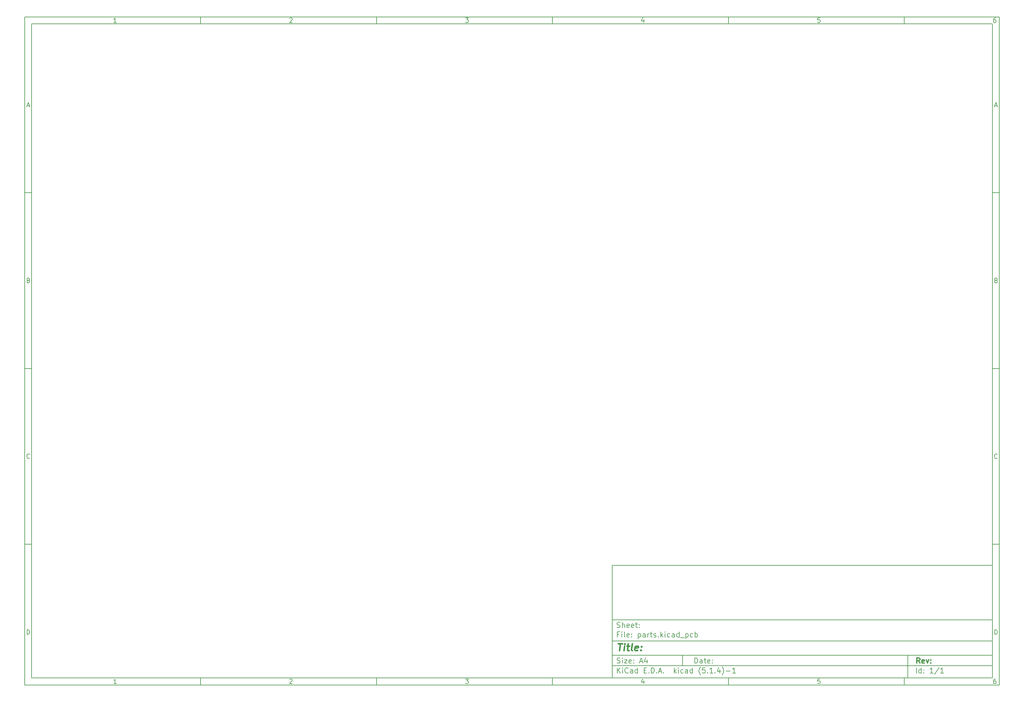
<source format=gbp>
G04 #@! TF.GenerationSoftware,KiCad,Pcbnew,(5.1.4)-1*
G04 #@! TF.CreationDate,2020-02-22T21:07:06+08:00*
G04 #@! TF.ProjectId,parts,70617274-732e-46b6-9963-61645f706362,rev?*
G04 #@! TF.SameCoordinates,Original*
G04 #@! TF.FileFunction,Paste,Bot*
G04 #@! TF.FilePolarity,Positive*
%FSLAX46Y46*%
G04 Gerber Fmt 4.6, Leading zero omitted, Abs format (unit mm)*
G04 Created by KiCad (PCBNEW (5.1.4)-1) date 2020-02-22 21:07:06*
%MOMM*%
%LPD*%
G04 APERTURE LIST*
%ADD10C,0.150000*%
%ADD11C,0.300000*%
%ADD12C,0.400000*%
G04 APERTURE END LIST*
D10*
X177002200Y-166007200D02*
X177002200Y-198007200D01*
X285002200Y-198007200D01*
X285002200Y-166007200D01*
X177002200Y-166007200D01*
X10000000Y-10000000D02*
X10000000Y-200007200D01*
X287002200Y-200007200D01*
X287002200Y-10000000D01*
X10000000Y-10000000D01*
X12000000Y-12000000D02*
X12000000Y-198007200D01*
X285002200Y-198007200D01*
X285002200Y-12000000D01*
X12000000Y-12000000D01*
X60000000Y-12000000D02*
X60000000Y-10000000D01*
X110000000Y-12000000D02*
X110000000Y-10000000D01*
X160000000Y-12000000D02*
X160000000Y-10000000D01*
X210000000Y-12000000D02*
X210000000Y-10000000D01*
X260000000Y-12000000D02*
X260000000Y-10000000D01*
X36065476Y-11588095D02*
X35322619Y-11588095D01*
X35694047Y-11588095D02*
X35694047Y-10288095D01*
X35570238Y-10473809D01*
X35446428Y-10597619D01*
X35322619Y-10659523D01*
X85322619Y-10411904D02*
X85384523Y-10350000D01*
X85508333Y-10288095D01*
X85817857Y-10288095D01*
X85941666Y-10350000D01*
X86003571Y-10411904D01*
X86065476Y-10535714D01*
X86065476Y-10659523D01*
X86003571Y-10845238D01*
X85260714Y-11588095D01*
X86065476Y-11588095D01*
X135260714Y-10288095D02*
X136065476Y-10288095D01*
X135632142Y-10783333D01*
X135817857Y-10783333D01*
X135941666Y-10845238D01*
X136003571Y-10907142D01*
X136065476Y-11030952D01*
X136065476Y-11340476D01*
X136003571Y-11464285D01*
X135941666Y-11526190D01*
X135817857Y-11588095D01*
X135446428Y-11588095D01*
X135322619Y-11526190D01*
X135260714Y-11464285D01*
X185941666Y-10721428D02*
X185941666Y-11588095D01*
X185632142Y-10226190D02*
X185322619Y-11154761D01*
X186127380Y-11154761D01*
X236003571Y-10288095D02*
X235384523Y-10288095D01*
X235322619Y-10907142D01*
X235384523Y-10845238D01*
X235508333Y-10783333D01*
X235817857Y-10783333D01*
X235941666Y-10845238D01*
X236003571Y-10907142D01*
X236065476Y-11030952D01*
X236065476Y-11340476D01*
X236003571Y-11464285D01*
X235941666Y-11526190D01*
X235817857Y-11588095D01*
X235508333Y-11588095D01*
X235384523Y-11526190D01*
X235322619Y-11464285D01*
X285941666Y-10288095D02*
X285694047Y-10288095D01*
X285570238Y-10350000D01*
X285508333Y-10411904D01*
X285384523Y-10597619D01*
X285322619Y-10845238D01*
X285322619Y-11340476D01*
X285384523Y-11464285D01*
X285446428Y-11526190D01*
X285570238Y-11588095D01*
X285817857Y-11588095D01*
X285941666Y-11526190D01*
X286003571Y-11464285D01*
X286065476Y-11340476D01*
X286065476Y-11030952D01*
X286003571Y-10907142D01*
X285941666Y-10845238D01*
X285817857Y-10783333D01*
X285570238Y-10783333D01*
X285446428Y-10845238D01*
X285384523Y-10907142D01*
X285322619Y-11030952D01*
X60000000Y-198007200D02*
X60000000Y-200007200D01*
X110000000Y-198007200D02*
X110000000Y-200007200D01*
X160000000Y-198007200D02*
X160000000Y-200007200D01*
X210000000Y-198007200D02*
X210000000Y-200007200D01*
X260000000Y-198007200D02*
X260000000Y-200007200D01*
X36065476Y-199595295D02*
X35322619Y-199595295D01*
X35694047Y-199595295D02*
X35694047Y-198295295D01*
X35570238Y-198481009D01*
X35446428Y-198604819D01*
X35322619Y-198666723D01*
X85322619Y-198419104D02*
X85384523Y-198357200D01*
X85508333Y-198295295D01*
X85817857Y-198295295D01*
X85941666Y-198357200D01*
X86003571Y-198419104D01*
X86065476Y-198542914D01*
X86065476Y-198666723D01*
X86003571Y-198852438D01*
X85260714Y-199595295D01*
X86065476Y-199595295D01*
X135260714Y-198295295D02*
X136065476Y-198295295D01*
X135632142Y-198790533D01*
X135817857Y-198790533D01*
X135941666Y-198852438D01*
X136003571Y-198914342D01*
X136065476Y-199038152D01*
X136065476Y-199347676D01*
X136003571Y-199471485D01*
X135941666Y-199533390D01*
X135817857Y-199595295D01*
X135446428Y-199595295D01*
X135322619Y-199533390D01*
X135260714Y-199471485D01*
X185941666Y-198728628D02*
X185941666Y-199595295D01*
X185632142Y-198233390D02*
X185322619Y-199161961D01*
X186127380Y-199161961D01*
X236003571Y-198295295D02*
X235384523Y-198295295D01*
X235322619Y-198914342D01*
X235384523Y-198852438D01*
X235508333Y-198790533D01*
X235817857Y-198790533D01*
X235941666Y-198852438D01*
X236003571Y-198914342D01*
X236065476Y-199038152D01*
X236065476Y-199347676D01*
X236003571Y-199471485D01*
X235941666Y-199533390D01*
X235817857Y-199595295D01*
X235508333Y-199595295D01*
X235384523Y-199533390D01*
X235322619Y-199471485D01*
X285941666Y-198295295D02*
X285694047Y-198295295D01*
X285570238Y-198357200D01*
X285508333Y-198419104D01*
X285384523Y-198604819D01*
X285322619Y-198852438D01*
X285322619Y-199347676D01*
X285384523Y-199471485D01*
X285446428Y-199533390D01*
X285570238Y-199595295D01*
X285817857Y-199595295D01*
X285941666Y-199533390D01*
X286003571Y-199471485D01*
X286065476Y-199347676D01*
X286065476Y-199038152D01*
X286003571Y-198914342D01*
X285941666Y-198852438D01*
X285817857Y-198790533D01*
X285570238Y-198790533D01*
X285446428Y-198852438D01*
X285384523Y-198914342D01*
X285322619Y-199038152D01*
X10000000Y-60000000D02*
X12000000Y-60000000D01*
X10000000Y-110000000D02*
X12000000Y-110000000D01*
X10000000Y-160000000D02*
X12000000Y-160000000D01*
X10690476Y-35216666D02*
X11309523Y-35216666D01*
X10566666Y-35588095D02*
X11000000Y-34288095D01*
X11433333Y-35588095D01*
X11092857Y-84907142D02*
X11278571Y-84969047D01*
X11340476Y-85030952D01*
X11402380Y-85154761D01*
X11402380Y-85340476D01*
X11340476Y-85464285D01*
X11278571Y-85526190D01*
X11154761Y-85588095D01*
X10659523Y-85588095D01*
X10659523Y-84288095D01*
X11092857Y-84288095D01*
X11216666Y-84350000D01*
X11278571Y-84411904D01*
X11340476Y-84535714D01*
X11340476Y-84659523D01*
X11278571Y-84783333D01*
X11216666Y-84845238D01*
X11092857Y-84907142D01*
X10659523Y-84907142D01*
X11402380Y-135464285D02*
X11340476Y-135526190D01*
X11154761Y-135588095D01*
X11030952Y-135588095D01*
X10845238Y-135526190D01*
X10721428Y-135402380D01*
X10659523Y-135278571D01*
X10597619Y-135030952D01*
X10597619Y-134845238D01*
X10659523Y-134597619D01*
X10721428Y-134473809D01*
X10845238Y-134350000D01*
X11030952Y-134288095D01*
X11154761Y-134288095D01*
X11340476Y-134350000D01*
X11402380Y-134411904D01*
X10659523Y-185588095D02*
X10659523Y-184288095D01*
X10969047Y-184288095D01*
X11154761Y-184350000D01*
X11278571Y-184473809D01*
X11340476Y-184597619D01*
X11402380Y-184845238D01*
X11402380Y-185030952D01*
X11340476Y-185278571D01*
X11278571Y-185402380D01*
X11154761Y-185526190D01*
X10969047Y-185588095D01*
X10659523Y-185588095D01*
X287002200Y-60000000D02*
X285002200Y-60000000D01*
X287002200Y-110000000D02*
X285002200Y-110000000D01*
X287002200Y-160000000D02*
X285002200Y-160000000D01*
X285692676Y-35216666D02*
X286311723Y-35216666D01*
X285568866Y-35588095D02*
X286002200Y-34288095D01*
X286435533Y-35588095D01*
X286095057Y-84907142D02*
X286280771Y-84969047D01*
X286342676Y-85030952D01*
X286404580Y-85154761D01*
X286404580Y-85340476D01*
X286342676Y-85464285D01*
X286280771Y-85526190D01*
X286156961Y-85588095D01*
X285661723Y-85588095D01*
X285661723Y-84288095D01*
X286095057Y-84288095D01*
X286218866Y-84350000D01*
X286280771Y-84411904D01*
X286342676Y-84535714D01*
X286342676Y-84659523D01*
X286280771Y-84783333D01*
X286218866Y-84845238D01*
X286095057Y-84907142D01*
X285661723Y-84907142D01*
X286404580Y-135464285D02*
X286342676Y-135526190D01*
X286156961Y-135588095D01*
X286033152Y-135588095D01*
X285847438Y-135526190D01*
X285723628Y-135402380D01*
X285661723Y-135278571D01*
X285599819Y-135030952D01*
X285599819Y-134845238D01*
X285661723Y-134597619D01*
X285723628Y-134473809D01*
X285847438Y-134350000D01*
X286033152Y-134288095D01*
X286156961Y-134288095D01*
X286342676Y-134350000D01*
X286404580Y-134411904D01*
X285661723Y-185588095D02*
X285661723Y-184288095D01*
X285971247Y-184288095D01*
X286156961Y-184350000D01*
X286280771Y-184473809D01*
X286342676Y-184597619D01*
X286404580Y-184845238D01*
X286404580Y-185030952D01*
X286342676Y-185278571D01*
X286280771Y-185402380D01*
X286156961Y-185526190D01*
X285971247Y-185588095D01*
X285661723Y-185588095D01*
X200434342Y-193785771D02*
X200434342Y-192285771D01*
X200791485Y-192285771D01*
X201005771Y-192357200D01*
X201148628Y-192500057D01*
X201220057Y-192642914D01*
X201291485Y-192928628D01*
X201291485Y-193142914D01*
X201220057Y-193428628D01*
X201148628Y-193571485D01*
X201005771Y-193714342D01*
X200791485Y-193785771D01*
X200434342Y-193785771D01*
X202577200Y-193785771D02*
X202577200Y-193000057D01*
X202505771Y-192857200D01*
X202362914Y-192785771D01*
X202077200Y-192785771D01*
X201934342Y-192857200D01*
X202577200Y-193714342D02*
X202434342Y-193785771D01*
X202077200Y-193785771D01*
X201934342Y-193714342D01*
X201862914Y-193571485D01*
X201862914Y-193428628D01*
X201934342Y-193285771D01*
X202077200Y-193214342D01*
X202434342Y-193214342D01*
X202577200Y-193142914D01*
X203077200Y-192785771D02*
X203648628Y-192785771D01*
X203291485Y-192285771D02*
X203291485Y-193571485D01*
X203362914Y-193714342D01*
X203505771Y-193785771D01*
X203648628Y-193785771D01*
X204720057Y-193714342D02*
X204577200Y-193785771D01*
X204291485Y-193785771D01*
X204148628Y-193714342D01*
X204077200Y-193571485D01*
X204077200Y-193000057D01*
X204148628Y-192857200D01*
X204291485Y-192785771D01*
X204577200Y-192785771D01*
X204720057Y-192857200D01*
X204791485Y-193000057D01*
X204791485Y-193142914D01*
X204077200Y-193285771D01*
X205434342Y-193642914D02*
X205505771Y-193714342D01*
X205434342Y-193785771D01*
X205362914Y-193714342D01*
X205434342Y-193642914D01*
X205434342Y-193785771D01*
X205434342Y-192857200D02*
X205505771Y-192928628D01*
X205434342Y-193000057D01*
X205362914Y-192928628D01*
X205434342Y-192857200D01*
X205434342Y-193000057D01*
X177002200Y-194507200D02*
X285002200Y-194507200D01*
X178434342Y-196585771D02*
X178434342Y-195085771D01*
X179291485Y-196585771D02*
X178648628Y-195728628D01*
X179291485Y-195085771D02*
X178434342Y-195942914D01*
X179934342Y-196585771D02*
X179934342Y-195585771D01*
X179934342Y-195085771D02*
X179862914Y-195157200D01*
X179934342Y-195228628D01*
X180005771Y-195157200D01*
X179934342Y-195085771D01*
X179934342Y-195228628D01*
X181505771Y-196442914D02*
X181434342Y-196514342D01*
X181220057Y-196585771D01*
X181077200Y-196585771D01*
X180862914Y-196514342D01*
X180720057Y-196371485D01*
X180648628Y-196228628D01*
X180577200Y-195942914D01*
X180577200Y-195728628D01*
X180648628Y-195442914D01*
X180720057Y-195300057D01*
X180862914Y-195157200D01*
X181077200Y-195085771D01*
X181220057Y-195085771D01*
X181434342Y-195157200D01*
X181505771Y-195228628D01*
X182791485Y-196585771D02*
X182791485Y-195800057D01*
X182720057Y-195657200D01*
X182577200Y-195585771D01*
X182291485Y-195585771D01*
X182148628Y-195657200D01*
X182791485Y-196514342D02*
X182648628Y-196585771D01*
X182291485Y-196585771D01*
X182148628Y-196514342D01*
X182077200Y-196371485D01*
X182077200Y-196228628D01*
X182148628Y-196085771D01*
X182291485Y-196014342D01*
X182648628Y-196014342D01*
X182791485Y-195942914D01*
X184148628Y-196585771D02*
X184148628Y-195085771D01*
X184148628Y-196514342D02*
X184005771Y-196585771D01*
X183720057Y-196585771D01*
X183577200Y-196514342D01*
X183505771Y-196442914D01*
X183434342Y-196300057D01*
X183434342Y-195871485D01*
X183505771Y-195728628D01*
X183577200Y-195657200D01*
X183720057Y-195585771D01*
X184005771Y-195585771D01*
X184148628Y-195657200D01*
X186005771Y-195800057D02*
X186505771Y-195800057D01*
X186720057Y-196585771D02*
X186005771Y-196585771D01*
X186005771Y-195085771D01*
X186720057Y-195085771D01*
X187362914Y-196442914D02*
X187434342Y-196514342D01*
X187362914Y-196585771D01*
X187291485Y-196514342D01*
X187362914Y-196442914D01*
X187362914Y-196585771D01*
X188077200Y-196585771D02*
X188077200Y-195085771D01*
X188434342Y-195085771D01*
X188648628Y-195157200D01*
X188791485Y-195300057D01*
X188862914Y-195442914D01*
X188934342Y-195728628D01*
X188934342Y-195942914D01*
X188862914Y-196228628D01*
X188791485Y-196371485D01*
X188648628Y-196514342D01*
X188434342Y-196585771D01*
X188077200Y-196585771D01*
X189577200Y-196442914D02*
X189648628Y-196514342D01*
X189577200Y-196585771D01*
X189505771Y-196514342D01*
X189577200Y-196442914D01*
X189577200Y-196585771D01*
X190220057Y-196157200D02*
X190934342Y-196157200D01*
X190077200Y-196585771D02*
X190577200Y-195085771D01*
X191077200Y-196585771D01*
X191577200Y-196442914D02*
X191648628Y-196514342D01*
X191577200Y-196585771D01*
X191505771Y-196514342D01*
X191577200Y-196442914D01*
X191577200Y-196585771D01*
X194577200Y-196585771D02*
X194577200Y-195085771D01*
X194720057Y-196014342D02*
X195148628Y-196585771D01*
X195148628Y-195585771D02*
X194577200Y-196157200D01*
X195791485Y-196585771D02*
X195791485Y-195585771D01*
X195791485Y-195085771D02*
X195720057Y-195157200D01*
X195791485Y-195228628D01*
X195862914Y-195157200D01*
X195791485Y-195085771D01*
X195791485Y-195228628D01*
X197148628Y-196514342D02*
X197005771Y-196585771D01*
X196720057Y-196585771D01*
X196577200Y-196514342D01*
X196505771Y-196442914D01*
X196434342Y-196300057D01*
X196434342Y-195871485D01*
X196505771Y-195728628D01*
X196577200Y-195657200D01*
X196720057Y-195585771D01*
X197005771Y-195585771D01*
X197148628Y-195657200D01*
X198434342Y-196585771D02*
X198434342Y-195800057D01*
X198362914Y-195657200D01*
X198220057Y-195585771D01*
X197934342Y-195585771D01*
X197791485Y-195657200D01*
X198434342Y-196514342D02*
X198291485Y-196585771D01*
X197934342Y-196585771D01*
X197791485Y-196514342D01*
X197720057Y-196371485D01*
X197720057Y-196228628D01*
X197791485Y-196085771D01*
X197934342Y-196014342D01*
X198291485Y-196014342D01*
X198434342Y-195942914D01*
X199791485Y-196585771D02*
X199791485Y-195085771D01*
X199791485Y-196514342D02*
X199648628Y-196585771D01*
X199362914Y-196585771D01*
X199220057Y-196514342D01*
X199148628Y-196442914D01*
X199077200Y-196300057D01*
X199077200Y-195871485D01*
X199148628Y-195728628D01*
X199220057Y-195657200D01*
X199362914Y-195585771D01*
X199648628Y-195585771D01*
X199791485Y-195657200D01*
X202077200Y-197157200D02*
X202005771Y-197085771D01*
X201862914Y-196871485D01*
X201791485Y-196728628D01*
X201720057Y-196514342D01*
X201648628Y-196157200D01*
X201648628Y-195871485D01*
X201720057Y-195514342D01*
X201791485Y-195300057D01*
X201862914Y-195157200D01*
X202005771Y-194942914D01*
X202077200Y-194871485D01*
X203362914Y-195085771D02*
X202648628Y-195085771D01*
X202577200Y-195800057D01*
X202648628Y-195728628D01*
X202791485Y-195657200D01*
X203148628Y-195657200D01*
X203291485Y-195728628D01*
X203362914Y-195800057D01*
X203434342Y-195942914D01*
X203434342Y-196300057D01*
X203362914Y-196442914D01*
X203291485Y-196514342D01*
X203148628Y-196585771D01*
X202791485Y-196585771D01*
X202648628Y-196514342D01*
X202577200Y-196442914D01*
X204077200Y-196442914D02*
X204148628Y-196514342D01*
X204077200Y-196585771D01*
X204005771Y-196514342D01*
X204077200Y-196442914D01*
X204077200Y-196585771D01*
X205577200Y-196585771D02*
X204720057Y-196585771D01*
X205148628Y-196585771D02*
X205148628Y-195085771D01*
X205005771Y-195300057D01*
X204862914Y-195442914D01*
X204720057Y-195514342D01*
X206220057Y-196442914D02*
X206291485Y-196514342D01*
X206220057Y-196585771D01*
X206148628Y-196514342D01*
X206220057Y-196442914D01*
X206220057Y-196585771D01*
X207577200Y-195585771D02*
X207577200Y-196585771D01*
X207220057Y-195014342D02*
X206862914Y-196085771D01*
X207791485Y-196085771D01*
X208220057Y-197157200D02*
X208291485Y-197085771D01*
X208434342Y-196871485D01*
X208505771Y-196728628D01*
X208577200Y-196514342D01*
X208648628Y-196157200D01*
X208648628Y-195871485D01*
X208577200Y-195514342D01*
X208505771Y-195300057D01*
X208434342Y-195157200D01*
X208291485Y-194942914D01*
X208220057Y-194871485D01*
X209362914Y-196014342D02*
X210505771Y-196014342D01*
X212005771Y-196585771D02*
X211148628Y-196585771D01*
X211577200Y-196585771D02*
X211577200Y-195085771D01*
X211434342Y-195300057D01*
X211291485Y-195442914D01*
X211148628Y-195514342D01*
X177002200Y-191507200D02*
X285002200Y-191507200D01*
D11*
X264411485Y-193785771D02*
X263911485Y-193071485D01*
X263554342Y-193785771D02*
X263554342Y-192285771D01*
X264125771Y-192285771D01*
X264268628Y-192357200D01*
X264340057Y-192428628D01*
X264411485Y-192571485D01*
X264411485Y-192785771D01*
X264340057Y-192928628D01*
X264268628Y-193000057D01*
X264125771Y-193071485D01*
X263554342Y-193071485D01*
X265625771Y-193714342D02*
X265482914Y-193785771D01*
X265197200Y-193785771D01*
X265054342Y-193714342D01*
X264982914Y-193571485D01*
X264982914Y-193000057D01*
X265054342Y-192857200D01*
X265197200Y-192785771D01*
X265482914Y-192785771D01*
X265625771Y-192857200D01*
X265697200Y-193000057D01*
X265697200Y-193142914D01*
X264982914Y-193285771D01*
X266197200Y-192785771D02*
X266554342Y-193785771D01*
X266911485Y-192785771D01*
X267482914Y-193642914D02*
X267554342Y-193714342D01*
X267482914Y-193785771D01*
X267411485Y-193714342D01*
X267482914Y-193642914D01*
X267482914Y-193785771D01*
X267482914Y-192857200D02*
X267554342Y-192928628D01*
X267482914Y-193000057D01*
X267411485Y-192928628D01*
X267482914Y-192857200D01*
X267482914Y-193000057D01*
D10*
X178362914Y-193714342D02*
X178577200Y-193785771D01*
X178934342Y-193785771D01*
X179077200Y-193714342D01*
X179148628Y-193642914D01*
X179220057Y-193500057D01*
X179220057Y-193357200D01*
X179148628Y-193214342D01*
X179077200Y-193142914D01*
X178934342Y-193071485D01*
X178648628Y-193000057D01*
X178505771Y-192928628D01*
X178434342Y-192857200D01*
X178362914Y-192714342D01*
X178362914Y-192571485D01*
X178434342Y-192428628D01*
X178505771Y-192357200D01*
X178648628Y-192285771D01*
X179005771Y-192285771D01*
X179220057Y-192357200D01*
X179862914Y-193785771D02*
X179862914Y-192785771D01*
X179862914Y-192285771D02*
X179791485Y-192357200D01*
X179862914Y-192428628D01*
X179934342Y-192357200D01*
X179862914Y-192285771D01*
X179862914Y-192428628D01*
X180434342Y-192785771D02*
X181220057Y-192785771D01*
X180434342Y-193785771D01*
X181220057Y-193785771D01*
X182362914Y-193714342D02*
X182220057Y-193785771D01*
X181934342Y-193785771D01*
X181791485Y-193714342D01*
X181720057Y-193571485D01*
X181720057Y-193000057D01*
X181791485Y-192857200D01*
X181934342Y-192785771D01*
X182220057Y-192785771D01*
X182362914Y-192857200D01*
X182434342Y-193000057D01*
X182434342Y-193142914D01*
X181720057Y-193285771D01*
X183077200Y-193642914D02*
X183148628Y-193714342D01*
X183077200Y-193785771D01*
X183005771Y-193714342D01*
X183077200Y-193642914D01*
X183077200Y-193785771D01*
X183077200Y-192857200D02*
X183148628Y-192928628D01*
X183077200Y-193000057D01*
X183005771Y-192928628D01*
X183077200Y-192857200D01*
X183077200Y-193000057D01*
X184862914Y-193357200D02*
X185577200Y-193357200D01*
X184720057Y-193785771D02*
X185220057Y-192285771D01*
X185720057Y-193785771D01*
X186862914Y-192785771D02*
X186862914Y-193785771D01*
X186505771Y-192214342D02*
X186148628Y-193285771D01*
X187077200Y-193285771D01*
X263434342Y-196585771D02*
X263434342Y-195085771D01*
X264791485Y-196585771D02*
X264791485Y-195085771D01*
X264791485Y-196514342D02*
X264648628Y-196585771D01*
X264362914Y-196585771D01*
X264220057Y-196514342D01*
X264148628Y-196442914D01*
X264077200Y-196300057D01*
X264077200Y-195871485D01*
X264148628Y-195728628D01*
X264220057Y-195657200D01*
X264362914Y-195585771D01*
X264648628Y-195585771D01*
X264791485Y-195657200D01*
X265505771Y-196442914D02*
X265577200Y-196514342D01*
X265505771Y-196585771D01*
X265434342Y-196514342D01*
X265505771Y-196442914D01*
X265505771Y-196585771D01*
X265505771Y-195657200D02*
X265577200Y-195728628D01*
X265505771Y-195800057D01*
X265434342Y-195728628D01*
X265505771Y-195657200D01*
X265505771Y-195800057D01*
X268148628Y-196585771D02*
X267291485Y-196585771D01*
X267720057Y-196585771D02*
X267720057Y-195085771D01*
X267577200Y-195300057D01*
X267434342Y-195442914D01*
X267291485Y-195514342D01*
X269862914Y-195014342D02*
X268577200Y-196942914D01*
X271148628Y-196585771D02*
X270291485Y-196585771D01*
X270720057Y-196585771D02*
X270720057Y-195085771D01*
X270577200Y-195300057D01*
X270434342Y-195442914D01*
X270291485Y-195514342D01*
X177002200Y-187507200D02*
X285002200Y-187507200D01*
D12*
X178714580Y-188211961D02*
X179857438Y-188211961D01*
X179036009Y-190211961D02*
X179286009Y-188211961D01*
X180274104Y-190211961D02*
X180440771Y-188878628D01*
X180524104Y-188211961D02*
X180416961Y-188307200D01*
X180500295Y-188402438D01*
X180607438Y-188307200D01*
X180524104Y-188211961D01*
X180500295Y-188402438D01*
X181107438Y-188878628D02*
X181869342Y-188878628D01*
X181476485Y-188211961D02*
X181262200Y-189926247D01*
X181333628Y-190116723D01*
X181512200Y-190211961D01*
X181702676Y-190211961D01*
X182655057Y-190211961D02*
X182476485Y-190116723D01*
X182405057Y-189926247D01*
X182619342Y-188211961D01*
X184190771Y-190116723D02*
X183988390Y-190211961D01*
X183607438Y-190211961D01*
X183428866Y-190116723D01*
X183357438Y-189926247D01*
X183452676Y-189164342D01*
X183571723Y-188973866D01*
X183774104Y-188878628D01*
X184155057Y-188878628D01*
X184333628Y-188973866D01*
X184405057Y-189164342D01*
X184381247Y-189354819D01*
X183405057Y-189545295D01*
X185155057Y-190021485D02*
X185238390Y-190116723D01*
X185131247Y-190211961D01*
X185047914Y-190116723D01*
X185155057Y-190021485D01*
X185131247Y-190211961D01*
X185286009Y-188973866D02*
X185369342Y-189069104D01*
X185262200Y-189164342D01*
X185178866Y-189069104D01*
X185286009Y-188973866D01*
X185262200Y-189164342D01*
D10*
X178934342Y-185600057D02*
X178434342Y-185600057D01*
X178434342Y-186385771D02*
X178434342Y-184885771D01*
X179148628Y-184885771D01*
X179720057Y-186385771D02*
X179720057Y-185385771D01*
X179720057Y-184885771D02*
X179648628Y-184957200D01*
X179720057Y-185028628D01*
X179791485Y-184957200D01*
X179720057Y-184885771D01*
X179720057Y-185028628D01*
X180648628Y-186385771D02*
X180505771Y-186314342D01*
X180434342Y-186171485D01*
X180434342Y-184885771D01*
X181791485Y-186314342D02*
X181648628Y-186385771D01*
X181362914Y-186385771D01*
X181220057Y-186314342D01*
X181148628Y-186171485D01*
X181148628Y-185600057D01*
X181220057Y-185457200D01*
X181362914Y-185385771D01*
X181648628Y-185385771D01*
X181791485Y-185457200D01*
X181862914Y-185600057D01*
X181862914Y-185742914D01*
X181148628Y-185885771D01*
X182505771Y-186242914D02*
X182577200Y-186314342D01*
X182505771Y-186385771D01*
X182434342Y-186314342D01*
X182505771Y-186242914D01*
X182505771Y-186385771D01*
X182505771Y-185457200D02*
X182577200Y-185528628D01*
X182505771Y-185600057D01*
X182434342Y-185528628D01*
X182505771Y-185457200D01*
X182505771Y-185600057D01*
X184362914Y-185385771D02*
X184362914Y-186885771D01*
X184362914Y-185457200D02*
X184505771Y-185385771D01*
X184791485Y-185385771D01*
X184934342Y-185457200D01*
X185005771Y-185528628D01*
X185077200Y-185671485D01*
X185077200Y-186100057D01*
X185005771Y-186242914D01*
X184934342Y-186314342D01*
X184791485Y-186385771D01*
X184505771Y-186385771D01*
X184362914Y-186314342D01*
X186362914Y-186385771D02*
X186362914Y-185600057D01*
X186291485Y-185457200D01*
X186148628Y-185385771D01*
X185862914Y-185385771D01*
X185720057Y-185457200D01*
X186362914Y-186314342D02*
X186220057Y-186385771D01*
X185862914Y-186385771D01*
X185720057Y-186314342D01*
X185648628Y-186171485D01*
X185648628Y-186028628D01*
X185720057Y-185885771D01*
X185862914Y-185814342D01*
X186220057Y-185814342D01*
X186362914Y-185742914D01*
X187077200Y-186385771D02*
X187077200Y-185385771D01*
X187077200Y-185671485D02*
X187148628Y-185528628D01*
X187220057Y-185457200D01*
X187362914Y-185385771D01*
X187505771Y-185385771D01*
X187791485Y-185385771D02*
X188362914Y-185385771D01*
X188005771Y-184885771D02*
X188005771Y-186171485D01*
X188077200Y-186314342D01*
X188220057Y-186385771D01*
X188362914Y-186385771D01*
X188791485Y-186314342D02*
X188934342Y-186385771D01*
X189220057Y-186385771D01*
X189362914Y-186314342D01*
X189434342Y-186171485D01*
X189434342Y-186100057D01*
X189362914Y-185957200D01*
X189220057Y-185885771D01*
X189005771Y-185885771D01*
X188862914Y-185814342D01*
X188791485Y-185671485D01*
X188791485Y-185600057D01*
X188862914Y-185457200D01*
X189005771Y-185385771D01*
X189220057Y-185385771D01*
X189362914Y-185457200D01*
X190077200Y-186242914D02*
X190148628Y-186314342D01*
X190077200Y-186385771D01*
X190005771Y-186314342D01*
X190077200Y-186242914D01*
X190077200Y-186385771D01*
X190791485Y-186385771D02*
X190791485Y-184885771D01*
X190934342Y-185814342D02*
X191362914Y-186385771D01*
X191362914Y-185385771D02*
X190791485Y-185957200D01*
X192005771Y-186385771D02*
X192005771Y-185385771D01*
X192005771Y-184885771D02*
X191934342Y-184957200D01*
X192005771Y-185028628D01*
X192077200Y-184957200D01*
X192005771Y-184885771D01*
X192005771Y-185028628D01*
X193362914Y-186314342D02*
X193220057Y-186385771D01*
X192934342Y-186385771D01*
X192791485Y-186314342D01*
X192720057Y-186242914D01*
X192648628Y-186100057D01*
X192648628Y-185671485D01*
X192720057Y-185528628D01*
X192791485Y-185457200D01*
X192934342Y-185385771D01*
X193220057Y-185385771D01*
X193362914Y-185457200D01*
X194648628Y-186385771D02*
X194648628Y-185600057D01*
X194577200Y-185457200D01*
X194434342Y-185385771D01*
X194148628Y-185385771D01*
X194005771Y-185457200D01*
X194648628Y-186314342D02*
X194505771Y-186385771D01*
X194148628Y-186385771D01*
X194005771Y-186314342D01*
X193934342Y-186171485D01*
X193934342Y-186028628D01*
X194005771Y-185885771D01*
X194148628Y-185814342D01*
X194505771Y-185814342D01*
X194648628Y-185742914D01*
X196005771Y-186385771D02*
X196005771Y-184885771D01*
X196005771Y-186314342D02*
X195862914Y-186385771D01*
X195577200Y-186385771D01*
X195434342Y-186314342D01*
X195362914Y-186242914D01*
X195291485Y-186100057D01*
X195291485Y-185671485D01*
X195362914Y-185528628D01*
X195434342Y-185457200D01*
X195577200Y-185385771D01*
X195862914Y-185385771D01*
X196005771Y-185457200D01*
X196362914Y-186528628D02*
X197505771Y-186528628D01*
X197862914Y-185385771D02*
X197862914Y-186885771D01*
X197862914Y-185457200D02*
X198005771Y-185385771D01*
X198291485Y-185385771D01*
X198434342Y-185457200D01*
X198505771Y-185528628D01*
X198577200Y-185671485D01*
X198577200Y-186100057D01*
X198505771Y-186242914D01*
X198434342Y-186314342D01*
X198291485Y-186385771D01*
X198005771Y-186385771D01*
X197862914Y-186314342D01*
X199862914Y-186314342D02*
X199720057Y-186385771D01*
X199434342Y-186385771D01*
X199291485Y-186314342D01*
X199220057Y-186242914D01*
X199148628Y-186100057D01*
X199148628Y-185671485D01*
X199220057Y-185528628D01*
X199291485Y-185457200D01*
X199434342Y-185385771D01*
X199720057Y-185385771D01*
X199862914Y-185457200D01*
X200505771Y-186385771D02*
X200505771Y-184885771D01*
X200505771Y-185457200D02*
X200648628Y-185385771D01*
X200934342Y-185385771D01*
X201077200Y-185457200D01*
X201148628Y-185528628D01*
X201220057Y-185671485D01*
X201220057Y-186100057D01*
X201148628Y-186242914D01*
X201077200Y-186314342D01*
X200934342Y-186385771D01*
X200648628Y-186385771D01*
X200505771Y-186314342D01*
X177002200Y-181507200D02*
X285002200Y-181507200D01*
X178362914Y-183614342D02*
X178577200Y-183685771D01*
X178934342Y-183685771D01*
X179077200Y-183614342D01*
X179148628Y-183542914D01*
X179220057Y-183400057D01*
X179220057Y-183257200D01*
X179148628Y-183114342D01*
X179077200Y-183042914D01*
X178934342Y-182971485D01*
X178648628Y-182900057D01*
X178505771Y-182828628D01*
X178434342Y-182757200D01*
X178362914Y-182614342D01*
X178362914Y-182471485D01*
X178434342Y-182328628D01*
X178505771Y-182257200D01*
X178648628Y-182185771D01*
X179005771Y-182185771D01*
X179220057Y-182257200D01*
X179862914Y-183685771D02*
X179862914Y-182185771D01*
X180505771Y-183685771D02*
X180505771Y-182900057D01*
X180434342Y-182757200D01*
X180291485Y-182685771D01*
X180077200Y-182685771D01*
X179934342Y-182757200D01*
X179862914Y-182828628D01*
X181791485Y-183614342D02*
X181648628Y-183685771D01*
X181362914Y-183685771D01*
X181220057Y-183614342D01*
X181148628Y-183471485D01*
X181148628Y-182900057D01*
X181220057Y-182757200D01*
X181362914Y-182685771D01*
X181648628Y-182685771D01*
X181791485Y-182757200D01*
X181862914Y-182900057D01*
X181862914Y-183042914D01*
X181148628Y-183185771D01*
X183077200Y-183614342D02*
X182934342Y-183685771D01*
X182648628Y-183685771D01*
X182505771Y-183614342D01*
X182434342Y-183471485D01*
X182434342Y-182900057D01*
X182505771Y-182757200D01*
X182648628Y-182685771D01*
X182934342Y-182685771D01*
X183077200Y-182757200D01*
X183148628Y-182900057D01*
X183148628Y-183042914D01*
X182434342Y-183185771D01*
X183577200Y-182685771D02*
X184148628Y-182685771D01*
X183791485Y-182185771D02*
X183791485Y-183471485D01*
X183862914Y-183614342D01*
X184005771Y-183685771D01*
X184148628Y-183685771D01*
X184648628Y-183542914D02*
X184720057Y-183614342D01*
X184648628Y-183685771D01*
X184577200Y-183614342D01*
X184648628Y-183542914D01*
X184648628Y-183685771D01*
X184648628Y-182757200D02*
X184720057Y-182828628D01*
X184648628Y-182900057D01*
X184577200Y-182828628D01*
X184648628Y-182757200D01*
X184648628Y-182900057D01*
X197002200Y-191507200D02*
X197002200Y-194507200D01*
X261002200Y-191507200D02*
X261002200Y-198007200D01*
M02*

</source>
